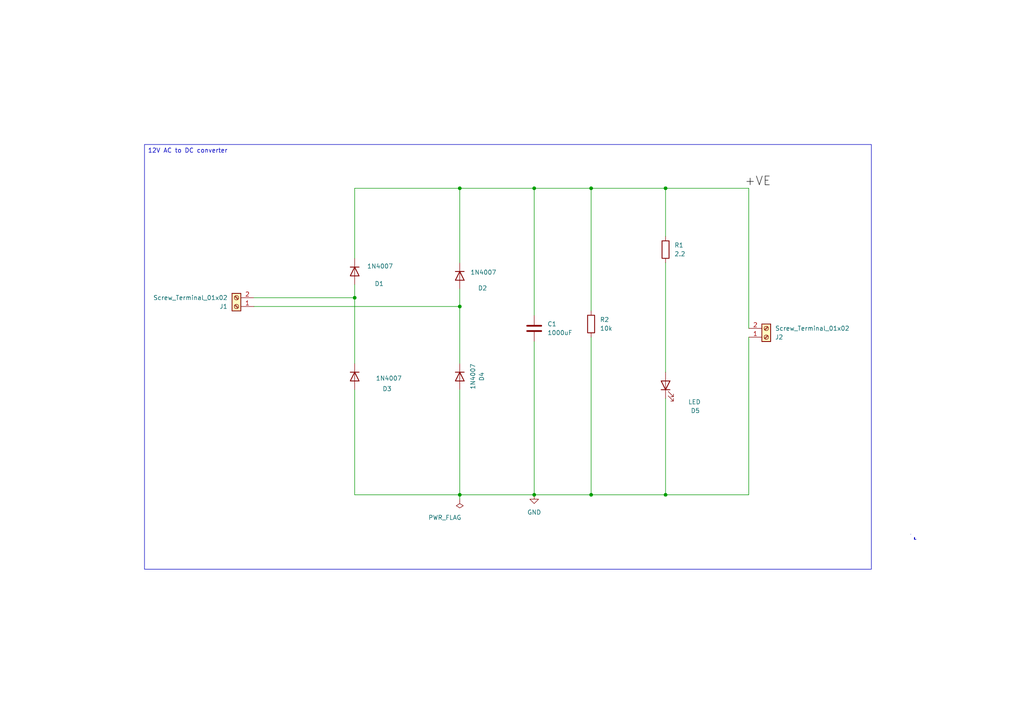
<source format=kicad_sch>
(kicad_sch
	(version 20250114)
	(generator "eeschema")
	(generator_version "9.0")
	(uuid "07ddcd98-080d-45b5-a50f-3ffeda663929")
	(paper "A4")
	(title_block
		(title "ac to dc converter")
		(date "2026-07-02")
	)
	(lib_symbols
		(symbol "Connector:Screw_Terminal_01x02"
			(pin_names
				(offset 1.016)
				(hide yes)
			)
			(exclude_from_sim no)
			(in_bom yes)
			(on_board yes)
			(property "Reference" "J"
				(at 0 2.54 0)
				(effects
					(font
						(size 1.27 1.27)
					)
				)
			)
			(property "Value" "Screw_Terminal_01x02"
				(at 0 -5.08 0)
				(effects
					(font
						(size 1.27 1.27)
					)
				)
			)
			(property "Footprint" ""
				(at 0 0 0)
				(effects
					(font
						(size 1.27 1.27)
					)
					(hide yes)
				)
			)
			(property "Datasheet" "~"
				(at 0 0 0)
				(effects
					(font
						(size 1.27 1.27)
					)
					(hide yes)
				)
			)
			(property "Description" "Generic screw terminal, single row, 01x02, script generated (kicad-library-utils/schlib/autogen/connector/)"
				(at 0 0 0)
				(effects
					(font
						(size 1.27 1.27)
					)
					(hide yes)
				)
			)
			(property "ki_keywords" "screw terminal"
				(at 0 0 0)
				(effects
					(font
						(size 1.27 1.27)
					)
					(hide yes)
				)
			)
			(property "ki_fp_filters" "TerminalBlock*:*"
				(at 0 0 0)
				(effects
					(font
						(size 1.27 1.27)
					)
					(hide yes)
				)
			)
			(symbol "Screw_Terminal_01x02_1_1"
				(rectangle
					(start -1.27 1.27)
					(end 1.27 -3.81)
					(stroke
						(width 0.254)
						(type default)
					)
					(fill
						(type background)
					)
				)
				(polyline
					(pts
						(xy -0.5334 0.3302) (xy 0.3302 -0.508)
					)
					(stroke
						(width 0.1524)
						(type default)
					)
					(fill
						(type none)
					)
				)
				(polyline
					(pts
						(xy -0.5334 -2.2098) (xy 0.3302 -3.048)
					)
					(stroke
						(width 0.1524)
						(type default)
					)
					(fill
						(type none)
					)
				)
				(polyline
					(pts
						(xy -0.3556 0.508) (xy 0.508 -0.3302)
					)
					(stroke
						(width 0.1524)
						(type default)
					)
					(fill
						(type none)
					)
				)
				(polyline
					(pts
						(xy -0.3556 -2.032) (xy 0.508 -2.8702)
					)
					(stroke
						(width 0.1524)
						(type default)
					)
					(fill
						(type none)
					)
				)
				(circle
					(center 0 0)
					(radius 0.635)
					(stroke
						(width 0.1524)
						(type default)
					)
					(fill
						(type none)
					)
				)
				(circle
					(center 0 -2.54)
					(radius 0.635)
					(stroke
						(width 0.1524)
						(type default)
					)
					(fill
						(type none)
					)
				)
				(pin passive line
					(at -5.08 0 0)
					(length 3.81)
					(name "Pin_1"
						(effects
							(font
								(size 1.27 1.27)
							)
						)
					)
					(number "1"
						(effects
							(font
								(size 1.27 1.27)
							)
						)
					)
				)
				(pin passive line
					(at -5.08 -2.54 0)
					(length 3.81)
					(name "Pin_2"
						(effects
							(font
								(size 1.27 1.27)
							)
						)
					)
					(number "2"
						(effects
							(font
								(size 1.27 1.27)
							)
						)
					)
				)
			)
			(embedded_fonts no)
		)
		(symbol "Device:C"
			(pin_numbers
				(hide yes)
			)
			(pin_names
				(offset 0.254)
			)
			(exclude_from_sim no)
			(in_bom yes)
			(on_board yes)
			(property "Reference" "C"
				(at 0.635 2.54 0)
				(effects
					(font
						(size 1.27 1.27)
					)
					(justify left)
				)
			)
			(property "Value" "C"
				(at 0.635 -2.54 0)
				(effects
					(font
						(size 1.27 1.27)
					)
					(justify left)
				)
			)
			(property "Footprint" ""
				(at 0.9652 -3.81 0)
				(effects
					(font
						(size 1.27 1.27)
					)
					(hide yes)
				)
			)
			(property "Datasheet" "~"
				(at 0 0 0)
				(effects
					(font
						(size 1.27 1.27)
					)
					(hide yes)
				)
			)
			(property "Description" "Unpolarized capacitor"
				(at 0 0 0)
				(effects
					(font
						(size 1.27 1.27)
					)
					(hide yes)
				)
			)
			(property "ki_keywords" "cap capacitor"
				(at 0 0 0)
				(effects
					(font
						(size 1.27 1.27)
					)
					(hide yes)
				)
			)
			(property "ki_fp_filters" "C_*"
				(at 0 0 0)
				(effects
					(font
						(size 1.27 1.27)
					)
					(hide yes)
				)
			)
			(symbol "C_0_1"
				(polyline
					(pts
						(xy -2.032 0.762) (xy 2.032 0.762)
					)
					(stroke
						(width 0.508)
						(type default)
					)
					(fill
						(type none)
					)
				)
				(polyline
					(pts
						(xy -2.032 -0.762) (xy 2.032 -0.762)
					)
					(stroke
						(width 0.508)
						(type default)
					)
					(fill
						(type none)
					)
				)
			)
			(symbol "C_1_1"
				(pin passive line
					(at 0 3.81 270)
					(length 2.794)
					(name "~"
						(effects
							(font
								(size 1.27 1.27)
							)
						)
					)
					(number "1"
						(effects
							(font
								(size 1.27 1.27)
							)
						)
					)
				)
				(pin passive line
					(at 0 -3.81 90)
					(length 2.794)
					(name "~"
						(effects
							(font
								(size 1.27 1.27)
							)
						)
					)
					(number "2"
						(effects
							(font
								(size 1.27 1.27)
							)
						)
					)
				)
			)
			(embedded_fonts no)
		)
		(symbol "Device:LED"
			(pin_numbers
				(hide yes)
			)
			(pin_names
				(offset 1.016)
				(hide yes)
			)
			(exclude_from_sim no)
			(in_bom yes)
			(on_board yes)
			(property "Reference" "D"
				(at 0 2.54 0)
				(effects
					(font
						(size 1.27 1.27)
					)
				)
			)
			(property "Value" "LED"
				(at 0 -2.54 0)
				(effects
					(font
						(size 1.27 1.27)
					)
				)
			)
			(property "Footprint" ""
				(at 0 0 0)
				(effects
					(font
						(size 1.27 1.27)
					)
					(hide yes)
				)
			)
			(property "Datasheet" "~"
				(at 0 0 0)
				(effects
					(font
						(size 1.27 1.27)
					)
					(hide yes)
				)
			)
			(property "Description" "Light emitting diode"
				(at 0 0 0)
				(effects
					(font
						(size 1.27 1.27)
					)
					(hide yes)
				)
			)
			(property "Sim.Pins" "1=K 2=A"
				(at 0 0 0)
				(effects
					(font
						(size 1.27 1.27)
					)
					(hide yes)
				)
			)
			(property "ki_keywords" "LED diode"
				(at 0 0 0)
				(effects
					(font
						(size 1.27 1.27)
					)
					(hide yes)
				)
			)
			(property "ki_fp_filters" "LED* LED_SMD:* LED_THT:*"
				(at 0 0 0)
				(effects
					(font
						(size 1.27 1.27)
					)
					(hide yes)
				)
			)
			(symbol "LED_0_1"
				(polyline
					(pts
						(xy -3.048 -0.762) (xy -4.572 -2.286) (xy -3.81 -2.286) (xy -4.572 -2.286) (xy -4.572 -1.524)
					)
					(stroke
						(width 0)
						(type default)
					)
					(fill
						(type none)
					)
				)
				(polyline
					(pts
						(xy -1.778 -0.762) (xy -3.302 -2.286) (xy -2.54 -2.286) (xy -3.302 -2.286) (xy -3.302 -1.524)
					)
					(stroke
						(width 0)
						(type default)
					)
					(fill
						(type none)
					)
				)
				(polyline
					(pts
						(xy -1.27 0) (xy 1.27 0)
					)
					(stroke
						(width 0)
						(type default)
					)
					(fill
						(type none)
					)
				)
				(polyline
					(pts
						(xy -1.27 -1.27) (xy -1.27 1.27)
					)
					(stroke
						(width 0.254)
						(type default)
					)
					(fill
						(type none)
					)
				)
				(polyline
					(pts
						(xy 1.27 -1.27) (xy 1.27 1.27) (xy -1.27 0) (xy 1.27 -1.27)
					)
					(stroke
						(width 0.254)
						(type default)
					)
					(fill
						(type none)
					)
				)
			)
			(symbol "LED_1_1"
				(pin passive line
					(at -3.81 0 0)
					(length 2.54)
					(name "K"
						(effects
							(font
								(size 1.27 1.27)
							)
						)
					)
					(number "1"
						(effects
							(font
								(size 1.27 1.27)
							)
						)
					)
				)
				(pin passive line
					(at 3.81 0 180)
					(length 2.54)
					(name "A"
						(effects
							(font
								(size 1.27 1.27)
							)
						)
					)
					(number "2"
						(effects
							(font
								(size 1.27 1.27)
							)
						)
					)
				)
			)
			(embedded_fonts no)
		)
		(symbol "Device:R"
			(pin_numbers
				(hide yes)
			)
			(pin_names
				(offset 0)
			)
			(exclude_from_sim no)
			(in_bom yes)
			(on_board yes)
			(property "Reference" "R"
				(at 2.032 0 90)
				(effects
					(font
						(size 1.27 1.27)
					)
				)
			)
			(property "Value" "R"
				(at 0 0 90)
				(effects
					(font
						(size 1.27 1.27)
					)
				)
			)
			(property "Footprint" ""
				(at -1.778 0 90)
				(effects
					(font
						(size 1.27 1.27)
					)
					(hide yes)
				)
			)
			(property "Datasheet" "~"
				(at 0 0 0)
				(effects
					(font
						(size 1.27 1.27)
					)
					(hide yes)
				)
			)
			(property "Description" "Resistor"
				(at 0 0 0)
				(effects
					(font
						(size 1.27 1.27)
					)
					(hide yes)
				)
			)
			(property "ki_keywords" "R res resistor"
				(at 0 0 0)
				(effects
					(font
						(size 1.27 1.27)
					)
					(hide yes)
				)
			)
			(property "ki_fp_filters" "R_*"
				(at 0 0 0)
				(effects
					(font
						(size 1.27 1.27)
					)
					(hide yes)
				)
			)
			(symbol "R_0_1"
				(rectangle
					(start -1.016 -2.54)
					(end 1.016 2.54)
					(stroke
						(width 0.254)
						(type default)
					)
					(fill
						(type none)
					)
				)
			)
			(symbol "R_1_1"
				(pin passive line
					(at 0 3.81 270)
					(length 1.27)
					(name "~"
						(effects
							(font
								(size 1.27 1.27)
							)
						)
					)
					(number "1"
						(effects
							(font
								(size 1.27 1.27)
							)
						)
					)
				)
				(pin passive line
					(at 0 -3.81 90)
					(length 1.27)
					(name "~"
						(effects
							(font
								(size 1.27 1.27)
							)
						)
					)
					(number "2"
						(effects
							(font
								(size 1.27 1.27)
							)
						)
					)
				)
			)
			(embedded_fonts no)
		)
		(symbol "Diode:1N4007"
			(pin_numbers
				(hide yes)
			)
			(pin_names
				(hide yes)
			)
			(exclude_from_sim no)
			(in_bom yes)
			(on_board yes)
			(property "Reference" "D"
				(at 0 2.54 0)
				(effects
					(font
						(size 1.27 1.27)
					)
				)
			)
			(property "Value" "1N4007"
				(at 0 -2.54 0)
				(effects
					(font
						(size 1.27 1.27)
					)
				)
			)
			(property "Footprint" "Diode_THT:D_DO-41_SOD81_P10.16mm_Horizontal"
				(at 0 -4.445 0)
				(effects
					(font
						(size 1.27 1.27)
					)
					(hide yes)
				)
			)
			(property "Datasheet" "http://www.vishay.com/docs/88503/1n4001.pdf"
				(at 0 0 0)
				(effects
					(font
						(size 1.27 1.27)
					)
					(hide yes)
				)
			)
			(property "Description" "1000V 1A General Purpose Rectifier Diode, DO-41"
				(at 0 0 0)
				(effects
					(font
						(size 1.27 1.27)
					)
					(hide yes)
				)
			)
			(property "Sim.Device" "D"
				(at 0 0 0)
				(effects
					(font
						(size 1.27 1.27)
					)
					(hide yes)
				)
			)
			(property "Sim.Pins" "1=K 2=A"
				(at 0 0 0)
				(effects
					(font
						(size 1.27 1.27)
					)
					(hide yes)
				)
			)
			(property "ki_keywords" "diode"
				(at 0 0 0)
				(effects
					(font
						(size 1.27 1.27)
					)
					(hide yes)
				)
			)
			(property "ki_fp_filters" "D*DO?41*"
				(at 0 0 0)
				(effects
					(font
						(size 1.27 1.27)
					)
					(hide yes)
				)
			)
			(symbol "1N4007_0_1"
				(polyline
					(pts
						(xy -1.27 1.27) (xy -1.27 -1.27)
					)
					(stroke
						(width 0.254)
						(type default)
					)
					(fill
						(type none)
					)
				)
				(polyline
					(pts
						(xy 1.27 1.27) (xy 1.27 -1.27) (xy -1.27 0) (xy 1.27 1.27)
					)
					(stroke
						(width 0.254)
						(type default)
					)
					(fill
						(type none)
					)
				)
				(polyline
					(pts
						(xy 1.27 0) (xy -1.27 0)
					)
					(stroke
						(width 0)
						(type default)
					)
					(fill
						(type none)
					)
				)
			)
			(symbol "1N4007_1_1"
				(pin passive line
					(at -3.81 0 0)
					(length 2.54)
					(name "K"
						(effects
							(font
								(size 1.27 1.27)
							)
						)
					)
					(number "1"
						(effects
							(font
								(size 1.27 1.27)
							)
						)
					)
				)
				(pin passive line
					(at 3.81 0 180)
					(length 2.54)
					(name "A"
						(effects
							(font
								(size 1.27 1.27)
							)
						)
					)
					(number "2"
						(effects
							(font
								(size 1.27 1.27)
							)
						)
					)
				)
			)
			(embedded_fonts no)
		)
		(symbol "power:GND"
			(power)
			(pin_numbers
				(hide yes)
			)
			(pin_names
				(offset 0)
				(hide yes)
			)
			(exclude_from_sim no)
			(in_bom yes)
			(on_board yes)
			(property "Reference" "#PWR"
				(at 0 -6.35 0)
				(effects
					(font
						(size 1.27 1.27)
					)
					(hide yes)
				)
			)
			(property "Value" "GND"
				(at 0 -3.81 0)
				(effects
					(font
						(size 1.27 1.27)
					)
				)
			)
			(property "Footprint" ""
				(at 0 0 0)
				(effects
					(font
						(size 1.27 1.27)
					)
					(hide yes)
				)
			)
			(property "Datasheet" ""
				(at 0 0 0)
				(effects
					(font
						(size 1.27 1.27)
					)
					(hide yes)
				)
			)
			(property "Description" "Power symbol creates a global label with name \"GND\" , ground"
				(at 0 0 0)
				(effects
					(font
						(size 1.27 1.27)
					)
					(hide yes)
				)
			)
			(property "ki_keywords" "global power"
				(at 0 0 0)
				(effects
					(font
						(size 1.27 1.27)
					)
					(hide yes)
				)
			)
			(symbol "GND_0_1"
				(polyline
					(pts
						(xy 0 0) (xy 0 -1.27) (xy 1.27 -1.27) (xy 0 -2.54) (xy -1.27 -1.27) (xy 0 -1.27)
					)
					(stroke
						(width 0)
						(type default)
					)
					(fill
						(type none)
					)
				)
			)
			(symbol "GND_1_1"
				(pin power_in line
					(at 0 0 270)
					(length 0)
					(name "~"
						(effects
							(font
								(size 1.27 1.27)
							)
						)
					)
					(number "1"
						(effects
							(font
								(size 1.27 1.27)
							)
						)
					)
				)
			)
			(embedded_fonts no)
		)
		(symbol "power:PWR_FLAG"
			(power)
			(pin_numbers
				(hide yes)
			)
			(pin_names
				(offset 0)
				(hide yes)
			)
			(exclude_from_sim no)
			(in_bom yes)
			(on_board yes)
			(property "Reference" "#FLG"
				(at 0 1.905 0)
				(effects
					(font
						(size 1.27 1.27)
					)
					(hide yes)
				)
			)
			(property "Value" "PWR_FLAG"
				(at 0 3.81 0)
				(effects
					(font
						(size 1.27 1.27)
					)
				)
			)
			(property "Footprint" ""
				(at 0 0 0)
				(effects
					(font
						(size 1.27 1.27)
					)
					(hide yes)
				)
			)
			(property "Datasheet" "~"
				(at 0 0 0)
				(effects
					(font
						(size 1.27 1.27)
					)
					(hide yes)
				)
			)
			(property "Description" "Special symbol for telling ERC where power comes from"
				(at 0 0 0)
				(effects
					(font
						(size 1.27 1.27)
					)
					(hide yes)
				)
			)
			(property "ki_keywords" "flag power"
				(at 0 0 0)
				(effects
					(font
						(size 1.27 1.27)
					)
					(hide yes)
				)
			)
			(symbol "PWR_FLAG_0_0"
				(pin power_out line
					(at 0 0 90)
					(length 0)
					(name "~"
						(effects
							(font
								(size 1.27 1.27)
							)
						)
					)
					(number "1"
						(effects
							(font
								(size 1.27 1.27)
							)
						)
					)
				)
			)
			(symbol "PWR_FLAG_0_1"
				(polyline
					(pts
						(xy 0 0) (xy 0 1.27) (xy -1.016 1.905) (xy 0 2.54) (xy 1.016 1.905) (xy 0 1.27)
					)
					(stroke
						(width 0)
						(type default)
					)
					(fill
						(type none)
					)
				)
			)
			(embedded_fonts no)
		)
	)
	(text_box "12V AC to DC converter"
		(exclude_from_sim no)
		(at 41.91 41.91 0)
		(size 210.82 123.19)
		(margins 0.9525 0.9525 0.9525 0.9525)
		(stroke
			(width 0)
			(type solid)
		)
		(fill
			(type none)
		)
		(effects
			(font
				(size 1.27 1.27)
			)
			(justify left top)
		)
		(uuid "d5371fdd-53d8-4a70-a0c2-734290eb545e")
	)
	(text_box "12V AC to DC converter"
		(exclude_from_sim no)
		(at 264.16 154.94 0)
		(size 0 0)
		(margins 0.9525 0.9525 0.9525 0.9525)
		(stroke
			(width 0)
			(type solid)
		)
		(fill
			(type none)
		)
		(effects
			(font
				(size 0.0762 0.0762)
			)
			(justify left top)
		)
		(uuid "eddb2401-3553-40af-8dea-6f5252ecc6a1")
	)
	(junction
		(at 171.45 143.51)
		(diameter 0)
		(color 0 0 0 0)
		(uuid "05eda854-828f-4fd2-aa2a-83055250953e")
	)
	(junction
		(at 171.45 54.61)
		(diameter 0)
		(color 0 0 0 0)
		(uuid "06aed10c-ec4e-462f-8eeb-ecf3ab012ded")
	)
	(junction
		(at 193.04 143.51)
		(diameter 0)
		(color 0 0 0 0)
		(uuid "37e19552-1974-4f9e-8ef8-160311393ce4")
	)
	(junction
		(at 133.35 54.61)
		(diameter 0)
		(color 0 0 0 0)
		(uuid "525f8a8e-a2ac-4325-9b12-ceb67166981f")
	)
	(junction
		(at 154.94 54.61)
		(diameter 0)
		(color 0 0 0 0)
		(uuid "6b49c5b3-fb58-4640-b206-02830a00950e")
	)
	(junction
		(at 193.04 54.61)
		(diameter 0)
		(color 0 0 0 0)
		(uuid "7406ade8-2d08-4e68-8d2b-d1f9905dfb15")
	)
	(junction
		(at 133.35 88.9)
		(diameter 0)
		(color 0 0 0 0)
		(uuid "83362274-b7a0-4c7f-9c04-865cab43643e")
	)
	(junction
		(at 102.87 86.36)
		(diameter 0)
		(color 0 0 0 0)
		(uuid "df6de8a8-120d-4bed-acd6-bef49d3ac9c5")
	)
	(junction
		(at 154.94 143.51)
		(diameter 0)
		(color 0 0 0 0)
		(uuid "e0fee92a-10bf-4d9f-b4a3-b16aae364cff")
	)
	(junction
		(at 133.35 143.51)
		(diameter 0)
		(color 0 0 0 0)
		(uuid "fa8593c5-9bdc-4a25-80b0-a97a7973dbff")
	)
	(wire
		(pts
			(xy 217.17 95.25) (xy 217.17 54.61)
		)
		(stroke
			(width 0)
			(type default)
		)
		(uuid "0447ebd2-1b01-4ffa-b328-da281a9fbacd")
	)
	(wire
		(pts
			(xy 102.87 74.93) (xy 102.87 54.61)
		)
		(stroke
			(width 0)
			(type default)
		)
		(uuid "05391816-2fa5-4d7c-ad2f-ecb8839b102e")
	)
	(wire
		(pts
			(xy 171.45 54.61) (xy 171.45 90.17)
		)
		(stroke
			(width 0)
			(type default)
		)
		(uuid "0a943694-444f-4f9a-8752-ba3fe5d43c7f")
	)
	(wire
		(pts
			(xy 133.35 143.51) (xy 154.94 143.51)
		)
		(stroke
			(width 0)
			(type default)
		)
		(uuid "1b140aa1-3d66-43ec-b51b-785921809cf8")
	)
	(wire
		(pts
			(xy 217.17 97.79) (xy 217.17 143.51)
		)
		(stroke
			(width 0)
			(type default)
		)
		(uuid "232246fb-536a-4f4f-a4db-99d7f8668f4c")
	)
	(wire
		(pts
			(xy 133.35 83.82) (xy 133.35 88.9)
		)
		(stroke
			(width 0)
			(type default)
		)
		(uuid "233d04b7-5a53-4bf7-a5a9-a13c5e6ebf35")
	)
	(wire
		(pts
			(xy 102.87 54.61) (xy 133.35 54.61)
		)
		(stroke
			(width 0)
			(type default)
		)
		(uuid "2a90006f-eff4-4217-a540-198dd1614911")
	)
	(wire
		(pts
			(xy 102.87 113.03) (xy 102.87 143.51)
		)
		(stroke
			(width 0)
			(type default)
		)
		(uuid "30212ad3-4b9e-4f91-bf07-cc5275b10833")
	)
	(wire
		(pts
			(xy 154.94 91.44) (xy 154.94 54.61)
		)
		(stroke
			(width 0)
			(type default)
		)
		(uuid "304681cf-a1c7-4402-9150-1e65c1173bfa")
	)
	(wire
		(pts
			(xy 171.45 143.51) (xy 193.04 143.51)
		)
		(stroke
			(width 0)
			(type default)
		)
		(uuid "331c3a3c-5c39-464e-8818-c1720adbe5e3")
	)
	(wire
		(pts
			(xy 133.35 113.03) (xy 133.35 143.51)
		)
		(stroke
			(width 0)
			(type default)
		)
		(uuid "43305b0a-285d-43a3-9930-2bff86c85eee")
	)
	(wire
		(pts
			(xy 73.66 88.9) (xy 133.35 88.9)
		)
		(stroke
			(width 0)
			(type default)
		)
		(uuid "442763f7-2939-4ce2-a52d-0199ad8d75e3")
	)
	(wire
		(pts
			(xy 171.45 54.61) (xy 193.04 54.61)
		)
		(stroke
			(width 0)
			(type default)
		)
		(uuid "49ca6e6d-1e7e-4f89-8e1f-e3bc497b3bfa")
	)
	(wire
		(pts
			(xy 217.17 54.61) (xy 193.04 54.61)
		)
		(stroke
			(width 0)
			(type default)
		)
		(uuid "587bc98a-70ec-4b6c-b485-93a464bcff67")
	)
	(wire
		(pts
			(xy 102.87 82.55) (xy 102.87 86.36)
		)
		(stroke
			(width 0)
			(type default)
		)
		(uuid "5ead8082-5b1d-475c-8c08-a0252374005d")
	)
	(wire
		(pts
			(xy 193.04 143.51) (xy 193.04 115.57)
		)
		(stroke
			(width 0)
			(type default)
		)
		(uuid "72a292ad-d053-43b5-b8c6-fb55886db5b0")
	)
	(wire
		(pts
			(xy 154.94 143.51) (xy 171.45 143.51)
		)
		(stroke
			(width 0)
			(type default)
		)
		(uuid "7659c40e-23cb-480b-8569-23263f79356f")
	)
	(wire
		(pts
			(xy 193.04 143.51) (xy 217.17 143.51)
		)
		(stroke
			(width 0)
			(type default)
		)
		(uuid "8498452b-f158-481b-a13a-e59dcae095a3")
	)
	(wire
		(pts
			(xy 193.04 76.2) (xy 193.04 107.95)
		)
		(stroke
			(width 0)
			(type default)
		)
		(uuid "886e34f0-5bcb-4030-baeb-c294437048c0")
	)
	(wire
		(pts
			(xy 193.04 54.61) (xy 193.04 68.58)
		)
		(stroke
			(width 0)
			(type default)
		)
		(uuid "8f7ad4b7-d93b-4fae-86cc-0b87f33aafdd")
	)
	(wire
		(pts
			(xy 171.45 97.79) (xy 171.45 143.51)
		)
		(stroke
			(width 0)
			(type default)
		)
		(uuid "94bb6226-2855-45e5-9bae-b5692bb225b1")
	)
	(wire
		(pts
			(xy 133.35 143.51) (xy 133.35 144.78)
		)
		(stroke
			(width 0)
			(type default)
		)
		(uuid "bdcfbd88-bc7d-4aec-9fa6-8b09f21509f0")
	)
	(wire
		(pts
			(xy 102.87 143.51) (xy 133.35 143.51)
		)
		(stroke
			(width 0)
			(type default)
		)
		(uuid "db6f5f15-8251-4d06-bc3c-0d23d9671c6a")
	)
	(wire
		(pts
			(xy 154.94 54.61) (xy 171.45 54.61)
		)
		(stroke
			(width 0)
			(type default)
		)
		(uuid "ebb31b87-90d6-4ce0-9f99-1e18027c87e7")
	)
	(wire
		(pts
			(xy 133.35 54.61) (xy 133.35 76.2)
		)
		(stroke
			(width 0)
			(type default)
		)
		(uuid "ef8d1f6f-c8fd-41f8-bf36-d20f280855a2")
	)
	(wire
		(pts
			(xy 154.94 99.06) (xy 154.94 143.51)
		)
		(stroke
			(width 0)
			(type default)
		)
		(uuid "f1fff05f-74bd-4253-a15e-b8d96a9d4d25")
	)
	(wire
		(pts
			(xy 133.35 88.9) (xy 133.35 105.41)
		)
		(stroke
			(width 0)
			(type default)
		)
		(uuid "f3fa5a69-8fa7-49f4-8d4a-1b21174436ac")
	)
	(wire
		(pts
			(xy 102.87 86.36) (xy 102.87 105.41)
		)
		(stroke
			(width 0)
			(type default)
		)
		(uuid "f7a02402-e144-4525-8de2-f1c767d5f281")
	)
	(wire
		(pts
			(xy 73.66 86.36) (xy 102.87 86.36)
		)
		(stroke
			(width 0)
			(type default)
		)
		(uuid "f9bb73dc-2050-4dd0-b867-71222eaba92f")
	)
	(wire
		(pts
			(xy 133.35 54.61) (xy 154.94 54.61)
		)
		(stroke
			(width 0)
			(type default)
		)
		(uuid "ff705baa-409c-423c-836d-c6b777ae6fe2")
	)
	(label "+VE"
		(at 215.9 54.61 0)
		(effects
			(font
				(size 2.54 2.54)
			)
			(justify left bottom)
		)
		(uuid "8b21889d-eafa-4bb1-beed-587f42fe542e")
	)
	(symbol
		(lib_id "Diode:1N4007")
		(at 102.87 78.74 270)
		(unit 1)
		(exclude_from_sim no)
		(in_bom yes)
		(on_board yes)
		(dnp no)
		(uuid "14fb6c48-767b-4840-a5eb-c7a70b1c56f6")
		(property "Reference" "D1"
			(at 109.982 82.296 90)
			(effects
				(font
					(size 1.27 1.27)
				)
			)
		)
		(property "Value" "1N4007"
			(at 110.236 77.216 90)
			(effects
				(font
					(size 1.27 1.27)
				)
			)
		)
		(property "Footprint" "Diode_THT:D_DO-41_SOD81_P10.16mm_Horizontal"
			(at 98.425 78.74 0)
			(effects
				(font
					(size 1.27 1.27)
				)
				(hide yes)
			)
		)
		(property "Datasheet" "http://www.vishay.com/docs/88503/1n4001.pdf"
			(at 102.87 78.74 0)
			(effects
				(font
					(size 1.27 1.27)
				)
				(hide yes)
			)
		)
		(property "Description" "1000V 1A General Purpose Rectifier Diode, DO-41"
			(at 102.87 78.74 0)
			(effects
				(font
					(size 1.27 1.27)
				)
				(hide yes)
			)
		)
		(property "Sim.Device" "D"
			(at 102.87 78.74 0)
			(effects
				(font
					(size 1.27 1.27)
				)
				(hide yes)
			)
		)
		(property "Sim.Pins" "1=K 2=A"
			(at 102.87 78.74 0)
			(effects
				(font
					(size 1.27 1.27)
				)
				(hide yes)
			)
		)
		(pin "1"
			(uuid "f27da0c6-64d5-4e8c-97eb-595991fd08e4")
		)
		(pin "2"
			(uuid "27dc3705-006e-48e6-99ad-699f725046c6")
		)
		(instances
			(project ""
				(path "/07ddcd98-080d-45b5-a50f-3ffeda663929"
					(reference "D1")
					(unit 1)
				)
			)
		)
	)
	(symbol
		(lib_id "Device:R")
		(at 171.45 93.98 0)
		(unit 1)
		(exclude_from_sim no)
		(in_bom yes)
		(on_board yes)
		(dnp no)
		(fields_autoplaced yes)
		(uuid "19e54f8a-cec6-4c74-b051-9fb0cb883bdb")
		(property "Reference" "R2"
			(at 173.99 92.7099 0)
			(effects
				(font
					(size 1.27 1.27)
				)
				(justify left)
			)
		)
		(property "Value" "10k"
			(at 173.99 95.2499 0)
			(effects
				(font
					(size 1.27 1.27)
				)
				(justify left)
			)
		)
		(property "Footprint" "Resistor_THT:R_Axial_DIN0207_L6.3mm_D2.5mm_P7.62mm_Horizontal"
			(at 169.672 93.98 90)
			(effects
				(font
					(size 1.27 1.27)
				)
				(hide yes)
			)
		)
		(property "Datasheet" "~"
			(at 171.45 93.98 0)
			(effects
				(font
					(size 1.27 1.27)
				)
				(hide yes)
			)
		)
		(property "Description" "Resistor"
			(at 171.45 93.98 0)
			(effects
				(font
					(size 1.27 1.27)
				)
				(hide yes)
			)
		)
		(pin "2"
			(uuid "b8ee3a17-cf7b-4656-8c81-e430c03e6e64")
		)
		(pin "1"
			(uuid "c840d3dd-a6c9-4496-ad22-391389ca6aaf")
		)
		(instances
			(project "ac to dc converter"
				(path "/07ddcd98-080d-45b5-a50f-3ffeda663929"
					(reference "R2")
					(unit 1)
				)
			)
		)
	)
	(symbol
		(lib_id "Diode:1N4007")
		(at 102.87 109.22 270)
		(unit 1)
		(exclude_from_sim no)
		(in_bom yes)
		(on_board yes)
		(dnp no)
		(uuid "44dc666c-72fc-48f4-b8c8-0fe1795df163")
		(property "Reference" "D3"
			(at 112.268 112.776 90)
			(effects
				(font
					(size 1.27 1.27)
				)
			)
		)
		(property "Value" "1N4007"
			(at 112.776 109.728 90)
			(effects
				(font
					(size 1.27 1.27)
				)
			)
		)
		(property "Footprint" "Diode_THT:D_DO-41_SOD81_P10.16mm_Horizontal"
			(at 98.425 109.22 0)
			(effects
				(font
					(size 1.27 1.27)
				)
				(hide yes)
			)
		)
		(property "Datasheet" "http://www.vishay.com/docs/88503/1n4001.pdf"
			(at 102.87 109.22 0)
			(effects
				(font
					(size 1.27 1.27)
				)
				(hide yes)
			)
		)
		(property "Description" "1000V 1A General Purpose Rectifier Diode, DO-41"
			(at 102.87 109.22 0)
			(effects
				(font
					(size 1.27 1.27)
				)
				(hide yes)
			)
		)
		(property "Sim.Device" "D"
			(at 102.87 109.22 0)
			(effects
				(font
					(size 1.27 1.27)
				)
				(hide yes)
			)
		)
		(property "Sim.Pins" "1=K 2=A"
			(at 102.87 109.22 0)
			(effects
				(font
					(size 1.27 1.27)
				)
				(hide yes)
			)
		)
		(pin "1"
			(uuid "caa3cfea-3c09-437f-ba81-b7afe438f93d")
		)
		(pin "2"
			(uuid "4195a6bd-778d-4148-9aa7-3115d7de5bd1")
		)
		(instances
			(project "ac to dc converter"
				(path "/07ddcd98-080d-45b5-a50f-3ffeda663929"
					(reference "D3")
					(unit 1)
				)
			)
		)
	)
	(symbol
		(lib_id "Connector:Screw_Terminal_01x02")
		(at 222.25 97.79 0)
		(mirror x)
		(unit 1)
		(exclude_from_sim no)
		(in_bom yes)
		(on_board yes)
		(dnp no)
		(uuid "6d068b8a-5373-4133-96af-409b6da29184")
		(property "Reference" "J2"
			(at 224.79 97.7901 0)
			(effects
				(font
					(size 1.27 1.27)
				)
				(justify left)
			)
		)
		(property "Value" "Screw_Terminal_01x02"
			(at 224.79 95.2501 0)
			(effects
				(font
					(size 1.27 1.27)
				)
				(justify left)
			)
		)
		(property "Footprint" "TerminalBlock_Wuerth:Wuerth_691311400102_P7.62mm"
			(at 222.25 97.79 0)
			(effects
				(font
					(size 1.27 1.27)
				)
				(hide yes)
			)
		)
		(property "Datasheet" "~"
			(at 222.25 97.79 0)
			(effects
				(font
					(size 1.27 1.27)
				)
				(hide yes)
			)
		)
		(property "Description" "Generic screw terminal, single row, 01x02, script generated (kicad-library-utils/schlib/autogen/connector/)"
			(at 222.25 97.79 0)
			(effects
				(font
					(size 1.27 1.27)
				)
				(hide yes)
			)
		)
		(pin "1"
			(uuid "d4473cf8-ffb9-46e3-98a6-3f3606735b33")
		)
		(pin "2"
			(uuid "45ce1724-a6ae-4870-b195-951b32f726db")
		)
		(instances
			(project ""
				(path "/07ddcd98-080d-45b5-a50f-3ffeda663929"
					(reference "J2")
					(unit 1)
				)
			)
		)
	)
	(symbol
		(lib_id "Device:R")
		(at 193.04 72.39 0)
		(unit 1)
		(exclude_from_sim no)
		(in_bom yes)
		(on_board yes)
		(dnp no)
		(fields_autoplaced yes)
		(uuid "9498ad42-7fb1-4581-b78c-d03033c78470")
		(property "Reference" "R1"
			(at 195.58 71.1199 0)
			(effects
				(font
					(size 1.27 1.27)
				)
				(justify left)
			)
		)
		(property "Value" "2.2"
			(at 195.58 73.6599 0)
			(effects
				(font
					(size 1.27 1.27)
				)
				(justify left)
			)
		)
		(property "Footprint" "Resistor_THT:R_Axial_DIN0207_L6.3mm_D2.5mm_P7.62mm_Horizontal"
			(at 191.262 72.39 90)
			(effects
				(font
					(size 1.27 1.27)
				)
				(hide yes)
			)
		)
		(property "Datasheet" "~"
			(at 193.04 72.39 0)
			(effects
				(font
					(size 1.27 1.27)
				)
				(hide yes)
			)
		)
		(property "Description" "Resistor"
			(at 193.04 72.39 0)
			(effects
				(font
					(size 1.27 1.27)
				)
				(hide yes)
			)
		)
		(pin "2"
			(uuid "60cb264b-eacc-4df2-8dc9-a3004b867969")
		)
		(pin "1"
			(uuid "d21c9b60-08af-4d16-89bb-6efaf59acf62")
		)
		(instances
			(project ""
				(path "/07ddcd98-080d-45b5-a50f-3ffeda663929"
					(reference "R1")
					(unit 1)
				)
			)
		)
	)
	(symbol
		(lib_id "power:GND")
		(at 154.94 143.51 0)
		(unit 1)
		(exclude_from_sim no)
		(in_bom yes)
		(on_board yes)
		(dnp no)
		(fields_autoplaced yes)
		(uuid "aa4ec980-9a5e-4cbf-9b24-81844ad793e7")
		(property "Reference" "#PWR01"
			(at 154.94 149.86 0)
			(effects
				(font
					(size 1.27 1.27)
				)
				(hide yes)
			)
		)
		(property "Value" "GND"
			(at 154.94 148.59 0)
			(effects
				(font
					(size 1.27 1.27)
				)
			)
		)
		(property "Footprint" ""
			(at 154.94 143.51 0)
			(effects
				(font
					(size 1.27 1.27)
				)
				(hide yes)
			)
		)
		(property "Datasheet" ""
			(at 154.94 143.51 0)
			(effects
				(font
					(size 1.27 1.27)
				)
				(hide yes)
			)
		)
		(property "Description" "Power symbol creates a global label with name \"GND\" , ground"
			(at 154.94 143.51 0)
			(effects
				(font
					(size 1.27 1.27)
				)
				(hide yes)
			)
		)
		(pin "1"
			(uuid "703a8b64-ee0f-4fec-955d-108d64241d94")
		)
		(instances
			(project ""
				(path "/07ddcd98-080d-45b5-a50f-3ffeda663929"
					(reference "#PWR01")
					(unit 1)
				)
			)
		)
	)
	(symbol
		(lib_id "Device:C")
		(at 154.94 95.25 0)
		(unit 1)
		(exclude_from_sim no)
		(in_bom yes)
		(on_board yes)
		(dnp no)
		(fields_autoplaced yes)
		(uuid "b4bc509d-6bea-4b45-9901-e2f18ab00abb")
		(property "Reference" "C1"
			(at 158.75 93.9799 0)
			(effects
				(font
					(size 1.27 1.27)
				)
				(justify left)
			)
		)
		(property "Value" "1000uF"
			(at 158.75 96.5199 0)
			(effects
				(font
					(size 1.27 1.27)
				)
				(justify left)
			)
		)
		(property "Footprint" "Capacitor_THT:C_Radial_D8.0mm_H11.5mm_P3.50mm"
			(at 155.9052 99.06 0)
			(effects
				(font
					(size 1.27 1.27)
				)
				(hide yes)
			)
		)
		(property "Datasheet" "~"
			(at 154.94 95.25 0)
			(effects
				(font
					(size 1.27 1.27)
				)
				(hide yes)
			)
		)
		(property "Description" "Unpolarized capacitor"
			(at 154.94 95.25 0)
			(effects
				(font
					(size 1.27 1.27)
				)
				(hide yes)
			)
		)
		(pin "1"
			(uuid "0e53ed61-0174-40c6-bbf9-4f449833d2a7")
		)
		(pin "2"
			(uuid "edda4bf5-98f9-4b2f-9c4b-47d3cc13c010")
		)
		(instances
			(project ""
				(path "/07ddcd98-080d-45b5-a50f-3ffeda663929"
					(reference "C1")
					(unit 1)
				)
			)
		)
	)
	(symbol
		(lib_id "Connector:Screw_Terminal_01x02")
		(at 68.58 88.9 180)
		(unit 1)
		(exclude_from_sim no)
		(in_bom yes)
		(on_board yes)
		(dnp no)
		(fields_autoplaced yes)
		(uuid "ba5196ce-641e-491f-813f-4601ba06103d")
		(property "Reference" "J1"
			(at 66.04 88.9001 0)
			(effects
				(font
					(size 1.27 1.27)
				)
				(justify left)
			)
		)
		(property "Value" "Screw_Terminal_01x02"
			(at 66.04 86.3601 0)
			(effects
				(font
					(size 1.27 1.27)
				)
				(justify left)
			)
		)
		(property "Footprint" "TerminalBlock_Wuerth:Wuerth_691311400102_P7.62mm"
			(at 68.58 88.9 0)
			(effects
				(font
					(size 1.27 1.27)
				)
				(hide yes)
			)
		)
		(property "Datasheet" "~"
			(at 68.58 88.9 0)
			(effects
				(font
					(size 1.27 1.27)
				)
				(hide yes)
			)
		)
		(property "Description" "Generic screw terminal, single row, 01x02, script generated (kicad-library-utils/schlib/autogen/connector/)"
			(at 68.58 88.9 0)
			(effects
				(font
					(size 1.27 1.27)
				)
				(hide yes)
			)
		)
		(pin "2"
			(uuid "e51243f1-ade9-4dcc-b8c8-61f5cc198f1c")
		)
		(pin "1"
			(uuid "271381f9-0d85-4517-8303-45330e211015")
		)
		(instances
			(project ""
				(path "/07ddcd98-080d-45b5-a50f-3ffeda663929"
					(reference "J1")
					(unit 1)
				)
			)
		)
	)
	(symbol
		(lib_id "Diode:1N4007")
		(at 133.35 80.01 270)
		(unit 1)
		(exclude_from_sim no)
		(in_bom yes)
		(on_board yes)
		(dnp no)
		(uuid "c2c05b6d-bcda-4189-a60d-8a411c99a98a")
		(property "Reference" "D2"
			(at 139.954 83.566 90)
			(effects
				(font
					(size 1.27 1.27)
				)
			)
		)
		(property "Value" "1N4007"
			(at 140.208 78.994 90)
			(effects
				(font
					(size 1.27 1.27)
				)
			)
		)
		(property "Footprint" "Diode_THT:D_DO-41_SOD81_P10.16mm_Horizontal"
			(at 128.905 80.01 0)
			(effects
				(font
					(size 1.27 1.27)
				)
				(hide yes)
			)
		)
		(property "Datasheet" "http://www.vishay.com/docs/88503/1n4001.pdf"
			(at 133.35 80.01 0)
			(effects
				(font
					(size 1.27 1.27)
				)
				(hide yes)
			)
		)
		(property "Description" "1000V 1A General Purpose Rectifier Diode, DO-41"
			(at 133.35 80.01 0)
			(effects
				(font
					(size 1.27 1.27)
				)
				(hide yes)
			)
		)
		(property "Sim.Device" "D"
			(at 133.35 80.01 0)
			(effects
				(font
					(size 1.27 1.27)
				)
				(hide yes)
			)
		)
		(property "Sim.Pins" "1=K 2=A"
			(at 133.35 80.01 0)
			(effects
				(font
					(size 1.27 1.27)
				)
				(hide yes)
			)
		)
		(pin "1"
			(uuid "b0890d1e-9240-4b8f-be46-7a371aaa11b1")
		)
		(pin "2"
			(uuid "bb194f42-dadb-460d-8a92-b39674bdf1b0")
		)
		(instances
			(project "ac to dc converter"
				(path "/07ddcd98-080d-45b5-a50f-3ffeda663929"
					(reference "D2")
					(unit 1)
				)
			)
		)
	)
	(symbol
		(lib_id "Device:LED")
		(at 193.04 111.76 90)
		(unit 1)
		(exclude_from_sim no)
		(in_bom yes)
		(on_board yes)
		(dnp no)
		(uuid "cedad9c3-8ae4-485e-9e17-01959076cfcc")
		(property "Reference" "D5"
			(at 201.676 119.126 90)
			(effects
				(font
					(size 1.27 1.27)
				)
			)
		)
		(property "Value" "LED"
			(at 201.422 116.586 90)
			(effects
				(font
					(size 1.27 1.27)
				)
			)
		)
		(property "Footprint" "LED_THT:LED_D5.0mm"
			(at 193.04 111.76 0)
			(effects
				(font
					(size 1.27 1.27)
				)
				(hide yes)
			)
		)
		(property "Datasheet" "~"
			(at 193.04 111.76 0)
			(effects
				(font
					(size 1.27 1.27)
				)
				(hide yes)
			)
		)
		(property "Description" "Light emitting diode"
			(at 193.04 111.76 0)
			(effects
				(font
					(size 1.27 1.27)
				)
				(hide yes)
			)
		)
		(property "Sim.Pins" "1=K 2=A"
			(at 193.04 111.76 0)
			(effects
				(font
					(size 1.27 1.27)
				)
				(hide yes)
			)
		)
		(pin "2"
			(uuid "6408caef-b712-4fc6-b646-9e3c8b3c2c8d")
		)
		(pin "1"
			(uuid "f049b53c-d0ac-4feb-ab48-6f58d6c1ede2")
		)
		(instances
			(project ""
				(path "/07ddcd98-080d-45b5-a50f-3ffeda663929"
					(reference "D5")
					(unit 1)
				)
			)
		)
	)
	(symbol
		(lib_id "Diode:1N4007")
		(at 133.35 109.22 270)
		(unit 1)
		(exclude_from_sim no)
		(in_bom yes)
		(on_board yes)
		(dnp no)
		(fields_autoplaced yes)
		(uuid "d3f7a4e3-0432-4909-9099-217e925f5d9e")
		(property "Reference" "D4"
			(at 139.7 109.22 0)
			(effects
				(font
					(size 1.27 1.27)
				)
			)
		)
		(property "Value" "1N4007"
			(at 137.16 109.22 0)
			(effects
				(font
					(size 1.27 1.27)
				)
			)
		)
		(property "Footprint" "Diode_THT:D_DO-41_SOD81_P10.16mm_Horizontal"
			(at 128.905 109.22 0)
			(effects
				(font
					(size 1.27 1.27)
				)
				(hide yes)
			)
		)
		(property "Datasheet" "http://www.vishay.com/docs/88503/1n4001.pdf"
			(at 133.35 109.22 0)
			(effects
				(font
					(size 1.27 1.27)
				)
				(hide yes)
			)
		)
		(property "Description" "1000V 1A General Purpose Rectifier Diode, DO-41"
			(at 133.35 109.22 0)
			(effects
				(font
					(size 1.27 1.27)
				)
				(hide yes)
			)
		)
		(property "Sim.Device" "D"
			(at 133.35 109.22 0)
			(effects
				(font
					(size 1.27 1.27)
				)
				(hide yes)
			)
		)
		(property "Sim.Pins" "1=K 2=A"
			(at 133.35 109.22 0)
			(effects
				(font
					(size 1.27 1.27)
				)
				(hide yes)
			)
		)
		(pin "1"
			(uuid "b8b9c184-947b-4424-a564-adc5c61d8b52")
		)
		(pin "2"
			(uuid "ab952b2d-591f-4148-9a4d-9cb3e0666c8b")
		)
		(instances
			(project "ac to dc converter"
				(path "/07ddcd98-080d-45b5-a50f-3ffeda663929"
					(reference "D4")
					(unit 1)
				)
			)
		)
	)
	(symbol
		(lib_id "power:PWR_FLAG")
		(at 133.35 144.78 180)
		(unit 1)
		(exclude_from_sim no)
		(in_bom yes)
		(on_board yes)
		(dnp no)
		(uuid "e176f2ac-506a-4765-9264-2d737bdb632c")
		(property "Reference" "#FLG01"
			(at 133.35 146.685 0)
			(effects
				(font
					(size 1.27 1.27)
				)
				(hide yes)
			)
		)
		(property "Value" "PWR_FLAG"
			(at 133.858 150.114 0)
			(effects
				(font
					(size 1.27 1.27)
				)
				(justify left)
			)
		)
		(property "Footprint" ""
			(at 133.35 144.78 0)
			(effects
				(font
					(size 1.27 1.27)
				)
				(hide yes)
			)
		)
		(property "Datasheet" "~"
			(at 133.35 144.78 0)
			(effects
				(font
					(size 1.27 1.27)
				)
				(hide yes)
			)
		)
		(property "Description" "Special symbol for telling ERC where power comes from"
			(at 133.35 144.78 0)
			(effects
				(font
					(size 1.27 1.27)
				)
				(hide yes)
			)
		)
		(pin "1"
			(uuid "0e618a01-e093-4401-9450-c84b5a35434e")
		)
		(instances
			(project ""
				(path "/07ddcd98-080d-45b5-a50f-3ffeda663929"
					(reference "#FLG01")
					(unit 1)
				)
			)
		)
	)
	(sheet_instances
		(path "/"
			(page "1")
		)
	)
	(embedded_fonts no)
)

</source>
